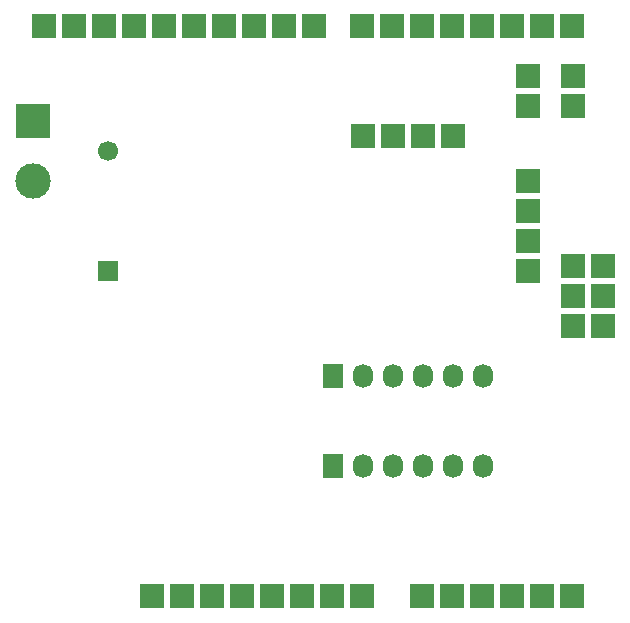
<source format=gtl>
G04 #@! TF.GenerationSoftware,KiCad,Pcbnew,(5.1.4)-1*
G04 #@! TF.CreationDate,2020-10-06T15:22:12+07:00*
G04 #@! TF.ProjectId,digitalWeight,64696769-7461-46c5-9765-696768742e6b,rev?*
G04 #@! TF.SameCoordinates,Original*
G04 #@! TF.FileFunction,Copper,L1,Top*
G04 #@! TF.FilePolarity,Positive*
%FSLAX46Y46*%
G04 Gerber Fmt 4.6, Leading zero omitted, Abs format (unit mm)*
G04 Created by KiCad (PCBNEW (5.1.4)-1) date 2020-10-06 15:22:12*
%MOMM*%
%LPD*%
G04 APERTURE LIST*
%ADD10R,2.000000X2.000000*%
%ADD11C,1.699260*%
%ADD12R,1.699260X1.699260*%
%ADD13R,1.727200X2.032000*%
%ADD14O,1.727200X2.032000*%
%ADD15R,3.000000X3.000000*%
%ADD16C,3.000000*%
G04 APERTURE END LIST*
D10*
X212128100Y-79603600D03*
X214668100Y-79603600D03*
X214668100Y-77063600D03*
X212128100Y-77063600D03*
X214668100Y-74523600D03*
X199301100Y-102463600D03*
X194221100Y-102463600D03*
X191681100Y-102463600D03*
X189141100Y-102463600D03*
X186601100Y-102463600D03*
X184061100Y-102463600D03*
X181521100Y-102463600D03*
X178981100Y-102463600D03*
X212001100Y-54203600D03*
X209461100Y-54203600D03*
X206921100Y-54203600D03*
X204381100Y-54203600D03*
X201841100Y-54203600D03*
X199301100Y-54203600D03*
X196761100Y-54203600D03*
X194221100Y-54203600D03*
X174917100Y-54203600D03*
X190157100Y-54203600D03*
X187617100Y-54203600D03*
X185077100Y-54203600D03*
X167297100Y-54203600D03*
X169837100Y-54203600D03*
X172377100Y-54203600D03*
X177457100Y-54203600D03*
X179997100Y-54203600D03*
X182537100Y-54203600D03*
X176441100Y-102463600D03*
X201841100Y-102463600D03*
X204381100Y-102463600D03*
X206921100Y-102463600D03*
X209461100Y-102463600D03*
X212001100Y-102463600D03*
X212128100Y-74523600D03*
D11*
X172717460Y-64769480D03*
D12*
X172717460Y-74929480D03*
D10*
X194310000Y-63500000D03*
X196850000Y-63500000D03*
X199390000Y-63500000D03*
X201930000Y-63500000D03*
D13*
X191770000Y-83820000D03*
D14*
X194310000Y-83820000D03*
X196850000Y-83820000D03*
X199390000Y-83820000D03*
X201930000Y-83820000D03*
X204470000Y-83820000D03*
D13*
X191770000Y-91440000D03*
D14*
X194310000Y-91440000D03*
X196850000Y-91440000D03*
X199390000Y-91440000D03*
X201930000Y-91440000D03*
X204470000Y-91440000D03*
D10*
X208280000Y-67310000D03*
X208280000Y-69850000D03*
X208280000Y-72390000D03*
X208280000Y-74930000D03*
X212090000Y-60960000D03*
X212090000Y-58420000D03*
X208280000Y-60960000D03*
X208280000Y-58420000D03*
D15*
X166370000Y-62230000D03*
D16*
X166370000Y-67310000D03*
M02*

</source>
